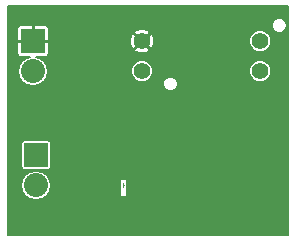
<source format=gbl>
G04 #@! TF.FileFunction,Copper,L2,Bot,Signal*
%FSLAX46Y46*%
G04 Gerber Fmt 4.6, Leading zero omitted, Abs format (unit mm)*
G04 Created by KiCad (PCBNEW 0.201506222247+5806~23~ubuntu14.04.1-product) date Sun 28 Jun 2015 17:51:11 CEST*
%MOMM*%
G01*
G04 APERTURE LIST*
%ADD10C,0.127000*%
%ADD11C,0.031750*%
%ADD12R,2.032000X2.032000*%
%ADD13O,2.032000X2.032000*%
%ADD14C,1.400000*%
%ADD15C,0.685800*%
%ADD16C,0.152400*%
G04 APERTURE END LIST*
D10*
D11*
X158496000Y-98388714D02*
X158496000Y-98570143D01*
X158526238Y-98497571D02*
X158496000Y-98570143D01*
X158465762Y-98497571D01*
X158514143Y-98715286D02*
X158496000Y-98570143D01*
X158477857Y-98715286D01*
D12*
X150876000Y-86360000D03*
D13*
X150876000Y-88900000D03*
D12*
X151130000Y-96012000D03*
D13*
X151130000Y-98552000D03*
D14*
X170100000Y-88900000D03*
X170100000Y-86360000D03*
X160100000Y-88900000D03*
X160100000Y-86360000D03*
D15*
X168910000Y-99314000D03*
X169164000Y-91186000D03*
X156718000Y-98044000D03*
D16*
G36*
X172441400Y-102793800D02*
X148741600Y-102793800D01*
X148741600Y-97307400D01*
X151105617Y-97307400D01*
X150629329Y-97402140D01*
X150225552Y-97671935D01*
X149955757Y-98075712D01*
X149861017Y-98552000D01*
X149955757Y-99028288D01*
X150225552Y-99432065D01*
X150629329Y-99701860D01*
X151105617Y-99796600D01*
X151154383Y-99796600D01*
X151630671Y-99701860D01*
X152034448Y-99432065D01*
X152304243Y-99028288D01*
X152398983Y-98552000D01*
X152304243Y-98075712D01*
X152251232Y-97996375D01*
X158203144Y-97996375D01*
X158203144Y-99583875D01*
X158788856Y-99583875D01*
X158788856Y-97996375D01*
X158203144Y-97996375D01*
X152251232Y-97996375D01*
X152034448Y-97671935D01*
X151630671Y-97402140D01*
X151154383Y-97307400D01*
X151105617Y-97307400D01*
X148741600Y-97307400D01*
X148741600Y-94762921D01*
X150114000Y-94762921D01*
X150026836Y-94779833D01*
X149950226Y-94830158D01*
X149898944Y-94906129D01*
X149880921Y-94996000D01*
X149880921Y-97028000D01*
X149897833Y-97115164D01*
X149948158Y-97191774D01*
X150024129Y-97243056D01*
X150114000Y-97261079D01*
X152146000Y-97261079D01*
X152233164Y-97244167D01*
X152309774Y-97193842D01*
X152361056Y-97117871D01*
X152379079Y-97028000D01*
X152379079Y-94996000D01*
X152362167Y-94908836D01*
X152311842Y-94832226D01*
X152235871Y-94780944D01*
X152146000Y-94762921D01*
X150114000Y-94762921D01*
X148741600Y-94762921D01*
X148741600Y-90335608D01*
X161966788Y-90335608D01*
X162143462Y-90512590D01*
X162374415Y-90608491D01*
X162624488Y-90608709D01*
X162855608Y-90513212D01*
X163032590Y-90336538D01*
X163128491Y-90105585D01*
X163128709Y-89855512D01*
X163033212Y-89624392D01*
X162856538Y-89447410D01*
X162625585Y-89351509D01*
X162375512Y-89351291D01*
X162144392Y-89446788D01*
X160866641Y-89446788D01*
X160886769Y-89426696D01*
X161028438Y-89085520D01*
X161028760Y-88716100D01*
X160887688Y-88374678D01*
X160626696Y-88113231D01*
X160624483Y-88112312D01*
X169574678Y-88112312D01*
X169313231Y-88373304D01*
X169171562Y-88714480D01*
X169171240Y-89083900D01*
X169312312Y-89425322D01*
X169573304Y-89686769D01*
X169914480Y-89828438D01*
X170283900Y-89828760D01*
X170625322Y-89687688D01*
X170886769Y-89426696D01*
X171028438Y-89085520D01*
X171028760Y-88716100D01*
X170887688Y-88374678D01*
X170626696Y-88113231D01*
X170285520Y-87971562D01*
X169916100Y-87971240D01*
X169574678Y-88112312D01*
X160624483Y-88112312D01*
X160285520Y-87971562D01*
X159916100Y-87971240D01*
X159574678Y-88112312D01*
X159313231Y-88373304D01*
X159171562Y-88714480D01*
X159171240Y-89083900D01*
X159312312Y-89425322D01*
X159573304Y-89686769D01*
X159914480Y-89828438D01*
X160283900Y-89828760D01*
X160625322Y-89687688D01*
X160866641Y-89446788D01*
X162144392Y-89446788D01*
X160866641Y-89446788D01*
X160866641Y-89446788D01*
X162144392Y-89446788D01*
X161967410Y-89623462D01*
X161871509Y-89854415D01*
X151669175Y-89854415D01*
X151780448Y-89780065D01*
X152050243Y-89376288D01*
X152144983Y-88900000D01*
X152050243Y-88423712D01*
X151780448Y-88019935D01*
X151376671Y-87750140D01*
X151155771Y-87706200D01*
X151957681Y-87706200D01*
X152079043Y-87655930D01*
X152171930Y-87563043D01*
X152222200Y-87441681D01*
X152222200Y-87079339D01*
X159452503Y-87079339D01*
X159524421Y-87238642D01*
X159904476Y-87392024D01*
X160314298Y-87388290D01*
X160675579Y-87238642D01*
X160717055Y-87146769D01*
X169573304Y-87146769D01*
X169914480Y-87288438D01*
X170283900Y-87288760D01*
X170625322Y-87147688D01*
X170886769Y-86886696D01*
X171028438Y-86545520D01*
X171028760Y-86176100D01*
X170887688Y-85834678D01*
X170626696Y-85573231D01*
X170285520Y-85431562D01*
X169916100Y-85431240D01*
X169574678Y-85572312D01*
X160716641Y-85572312D01*
X160675579Y-85481358D01*
X160295524Y-85327976D01*
X159885702Y-85331710D01*
X159524421Y-85481358D01*
X159452503Y-85640661D01*
X160100000Y-86288158D01*
X160747497Y-85640661D01*
X160716641Y-85572312D01*
X169574678Y-85572312D01*
X160716641Y-85572312D01*
X160716641Y-85572312D01*
X169574678Y-85572312D01*
X169313231Y-85833304D01*
X160998891Y-85833304D01*
X160978642Y-85784421D01*
X160819339Y-85712503D01*
X160171842Y-86360000D01*
X160819339Y-87007497D01*
X160978642Y-86935579D01*
X161132024Y-86555524D01*
X161128290Y-86145702D01*
X160998891Y-85833304D01*
X169313231Y-85833304D01*
X160998891Y-85833304D01*
X160998891Y-85833304D01*
X169313231Y-85833304D01*
X169171562Y-86174480D01*
X169171240Y-86543900D01*
X169312312Y-86885322D01*
X169573304Y-87146769D01*
X160717055Y-87146769D01*
X160747497Y-87079339D01*
X160100000Y-86431842D01*
X159452503Y-87079339D01*
X152222200Y-87079339D01*
X152222200Y-86574298D01*
X159071710Y-86574298D01*
X159221358Y-86935579D01*
X159380661Y-87007497D01*
X160028158Y-86360000D01*
X159380661Y-85712503D01*
X159221358Y-85784421D01*
X152222200Y-85784421D01*
X152222200Y-85278319D01*
X152171930Y-85156957D01*
X152079043Y-85064070D01*
X151957681Y-85013800D01*
X151009350Y-85013800D01*
X150926800Y-85096350D01*
X150926800Y-86309200D01*
X152139650Y-86309200D01*
X152222200Y-86226650D01*
X152222200Y-85784421D01*
X159221358Y-85784421D01*
X152222200Y-85784421D01*
X152222200Y-85784421D01*
X159221358Y-85784421D01*
X159067976Y-86164476D01*
X159071710Y-86574298D01*
X152222200Y-86574298D01*
X152222200Y-86493350D01*
X152139650Y-86410800D01*
X150926800Y-86410800D01*
X150926800Y-86430800D01*
X150825200Y-86430800D01*
X150825200Y-86410800D01*
X149612350Y-86410800D01*
X149529800Y-86493350D01*
X149529800Y-87441681D01*
X149580070Y-87563043D01*
X149672957Y-87655930D01*
X149794319Y-87706200D01*
X150596229Y-87706200D01*
X150375329Y-87750140D01*
X149971552Y-88019935D01*
X149701757Y-88423712D01*
X149607017Y-88900000D01*
X149701757Y-89376288D01*
X149971552Y-89780065D01*
X150375329Y-90049860D01*
X150851617Y-90144600D01*
X150900383Y-90144600D01*
X151376671Y-90049860D01*
X151669175Y-89854415D01*
X161871509Y-89854415D01*
X151669175Y-89854415D01*
X151669175Y-89854415D01*
X161871509Y-89854415D01*
X161871291Y-90104488D01*
X161966788Y-90335608D01*
X148741600Y-90335608D01*
X148741600Y-85013800D01*
X149794319Y-85013800D01*
X149672957Y-85064070D01*
X149580070Y-85156957D01*
X149529800Y-85278319D01*
X149529800Y-86226650D01*
X149612350Y-86309200D01*
X150825200Y-86309200D01*
X150825200Y-85096350D01*
X150742650Y-85013800D01*
X149794319Y-85013800D01*
X148741600Y-85013800D01*
X148741600Y-84496788D01*
X171344392Y-84496788D01*
X171167410Y-84673462D01*
X171071509Y-84904415D01*
X171071291Y-85154488D01*
X171166788Y-85385608D01*
X171343462Y-85562590D01*
X171574415Y-85658491D01*
X171824488Y-85658709D01*
X172055608Y-85563212D01*
X172232590Y-85386538D01*
X172328491Y-85155585D01*
X172328709Y-84905512D01*
X172233212Y-84674392D01*
X172056538Y-84497410D01*
X171825585Y-84401509D01*
X171575512Y-84401291D01*
X171344392Y-84496788D01*
X148741600Y-84496788D01*
X148741600Y-83388200D01*
X172441400Y-83388200D01*
X172441400Y-102793800D01*
X172441400Y-102793800D01*
G37*
X172441400Y-102793800D02*
X148741600Y-102793800D01*
X148741600Y-97307400D01*
X151105617Y-97307400D01*
X150629329Y-97402140D01*
X150225552Y-97671935D01*
X149955757Y-98075712D01*
X149861017Y-98552000D01*
X149955757Y-99028288D01*
X150225552Y-99432065D01*
X150629329Y-99701860D01*
X151105617Y-99796600D01*
X151154383Y-99796600D01*
X151630671Y-99701860D01*
X152034448Y-99432065D01*
X152304243Y-99028288D01*
X152398983Y-98552000D01*
X152304243Y-98075712D01*
X152251232Y-97996375D01*
X158203144Y-97996375D01*
X158203144Y-99583875D01*
X158788856Y-99583875D01*
X158788856Y-97996375D01*
X158203144Y-97996375D01*
X152251232Y-97996375D01*
X152034448Y-97671935D01*
X151630671Y-97402140D01*
X151154383Y-97307400D01*
X151105617Y-97307400D01*
X148741600Y-97307400D01*
X148741600Y-94762921D01*
X150114000Y-94762921D01*
X150026836Y-94779833D01*
X149950226Y-94830158D01*
X149898944Y-94906129D01*
X149880921Y-94996000D01*
X149880921Y-97028000D01*
X149897833Y-97115164D01*
X149948158Y-97191774D01*
X150024129Y-97243056D01*
X150114000Y-97261079D01*
X152146000Y-97261079D01*
X152233164Y-97244167D01*
X152309774Y-97193842D01*
X152361056Y-97117871D01*
X152379079Y-97028000D01*
X152379079Y-94996000D01*
X152362167Y-94908836D01*
X152311842Y-94832226D01*
X152235871Y-94780944D01*
X152146000Y-94762921D01*
X150114000Y-94762921D01*
X148741600Y-94762921D01*
X148741600Y-90335608D01*
X161966788Y-90335608D01*
X162143462Y-90512590D01*
X162374415Y-90608491D01*
X162624488Y-90608709D01*
X162855608Y-90513212D01*
X163032590Y-90336538D01*
X163128491Y-90105585D01*
X163128709Y-89855512D01*
X163033212Y-89624392D01*
X162856538Y-89447410D01*
X162625585Y-89351509D01*
X162375512Y-89351291D01*
X162144392Y-89446788D01*
X160866641Y-89446788D01*
X160886769Y-89426696D01*
X161028438Y-89085520D01*
X161028760Y-88716100D01*
X160887688Y-88374678D01*
X160626696Y-88113231D01*
X160624483Y-88112312D01*
X169574678Y-88112312D01*
X169313231Y-88373304D01*
X169171562Y-88714480D01*
X169171240Y-89083900D01*
X169312312Y-89425322D01*
X169573304Y-89686769D01*
X169914480Y-89828438D01*
X170283900Y-89828760D01*
X170625322Y-89687688D01*
X170886769Y-89426696D01*
X171028438Y-89085520D01*
X171028760Y-88716100D01*
X170887688Y-88374678D01*
X170626696Y-88113231D01*
X170285520Y-87971562D01*
X169916100Y-87971240D01*
X169574678Y-88112312D01*
X160624483Y-88112312D01*
X160285520Y-87971562D01*
X159916100Y-87971240D01*
X159574678Y-88112312D01*
X159313231Y-88373304D01*
X159171562Y-88714480D01*
X159171240Y-89083900D01*
X159312312Y-89425322D01*
X159573304Y-89686769D01*
X159914480Y-89828438D01*
X160283900Y-89828760D01*
X160625322Y-89687688D01*
X160866641Y-89446788D01*
X162144392Y-89446788D01*
X160866641Y-89446788D01*
X160866641Y-89446788D01*
X162144392Y-89446788D01*
X161967410Y-89623462D01*
X161871509Y-89854415D01*
X151669175Y-89854415D01*
X151780448Y-89780065D01*
X152050243Y-89376288D01*
X152144983Y-88900000D01*
X152050243Y-88423712D01*
X151780448Y-88019935D01*
X151376671Y-87750140D01*
X151155771Y-87706200D01*
X151957681Y-87706200D01*
X152079043Y-87655930D01*
X152171930Y-87563043D01*
X152222200Y-87441681D01*
X152222200Y-87079339D01*
X159452503Y-87079339D01*
X159524421Y-87238642D01*
X159904476Y-87392024D01*
X160314298Y-87388290D01*
X160675579Y-87238642D01*
X160717055Y-87146769D01*
X169573304Y-87146769D01*
X169914480Y-87288438D01*
X170283900Y-87288760D01*
X170625322Y-87147688D01*
X170886769Y-86886696D01*
X171028438Y-86545520D01*
X171028760Y-86176100D01*
X170887688Y-85834678D01*
X170626696Y-85573231D01*
X170285520Y-85431562D01*
X169916100Y-85431240D01*
X169574678Y-85572312D01*
X160716641Y-85572312D01*
X160675579Y-85481358D01*
X160295524Y-85327976D01*
X159885702Y-85331710D01*
X159524421Y-85481358D01*
X159452503Y-85640661D01*
X160100000Y-86288158D01*
X160747497Y-85640661D01*
X160716641Y-85572312D01*
X169574678Y-85572312D01*
X160716641Y-85572312D01*
X160716641Y-85572312D01*
X169574678Y-85572312D01*
X169313231Y-85833304D01*
X160998891Y-85833304D01*
X160978642Y-85784421D01*
X160819339Y-85712503D01*
X160171842Y-86360000D01*
X160819339Y-87007497D01*
X160978642Y-86935579D01*
X161132024Y-86555524D01*
X161128290Y-86145702D01*
X160998891Y-85833304D01*
X169313231Y-85833304D01*
X160998891Y-85833304D01*
X160998891Y-85833304D01*
X169313231Y-85833304D01*
X169171562Y-86174480D01*
X169171240Y-86543900D01*
X169312312Y-86885322D01*
X169573304Y-87146769D01*
X160717055Y-87146769D01*
X160747497Y-87079339D01*
X160100000Y-86431842D01*
X159452503Y-87079339D01*
X152222200Y-87079339D01*
X152222200Y-86574298D01*
X159071710Y-86574298D01*
X159221358Y-86935579D01*
X159380661Y-87007497D01*
X160028158Y-86360000D01*
X159380661Y-85712503D01*
X159221358Y-85784421D01*
X152222200Y-85784421D01*
X152222200Y-85278319D01*
X152171930Y-85156957D01*
X152079043Y-85064070D01*
X151957681Y-85013800D01*
X151009350Y-85013800D01*
X150926800Y-85096350D01*
X150926800Y-86309200D01*
X152139650Y-86309200D01*
X152222200Y-86226650D01*
X152222200Y-85784421D01*
X159221358Y-85784421D01*
X152222200Y-85784421D01*
X152222200Y-85784421D01*
X159221358Y-85784421D01*
X159067976Y-86164476D01*
X159071710Y-86574298D01*
X152222200Y-86574298D01*
X152222200Y-86493350D01*
X152139650Y-86410800D01*
X150926800Y-86410800D01*
X150926800Y-86430800D01*
X150825200Y-86430800D01*
X150825200Y-86410800D01*
X149612350Y-86410800D01*
X149529800Y-86493350D01*
X149529800Y-87441681D01*
X149580070Y-87563043D01*
X149672957Y-87655930D01*
X149794319Y-87706200D01*
X150596229Y-87706200D01*
X150375329Y-87750140D01*
X149971552Y-88019935D01*
X149701757Y-88423712D01*
X149607017Y-88900000D01*
X149701757Y-89376288D01*
X149971552Y-89780065D01*
X150375329Y-90049860D01*
X150851617Y-90144600D01*
X150900383Y-90144600D01*
X151376671Y-90049860D01*
X151669175Y-89854415D01*
X161871509Y-89854415D01*
X151669175Y-89854415D01*
X151669175Y-89854415D01*
X161871509Y-89854415D01*
X161871291Y-90104488D01*
X161966788Y-90335608D01*
X148741600Y-90335608D01*
X148741600Y-85013800D01*
X149794319Y-85013800D01*
X149672957Y-85064070D01*
X149580070Y-85156957D01*
X149529800Y-85278319D01*
X149529800Y-86226650D01*
X149612350Y-86309200D01*
X150825200Y-86309200D01*
X150825200Y-85096350D01*
X150742650Y-85013800D01*
X149794319Y-85013800D01*
X148741600Y-85013800D01*
X148741600Y-84496788D01*
X171344392Y-84496788D01*
X171167410Y-84673462D01*
X171071509Y-84904415D01*
X171071291Y-85154488D01*
X171166788Y-85385608D01*
X171343462Y-85562590D01*
X171574415Y-85658491D01*
X171824488Y-85658709D01*
X172055608Y-85563212D01*
X172232590Y-85386538D01*
X172328491Y-85155585D01*
X172328709Y-84905512D01*
X172233212Y-84674392D01*
X172056538Y-84497410D01*
X171825585Y-84401509D01*
X171575512Y-84401291D01*
X171344392Y-84496788D01*
X148741600Y-84496788D01*
X148741600Y-83388200D01*
X172441400Y-83388200D01*
X172441400Y-102793800D01*
M02*

</source>
